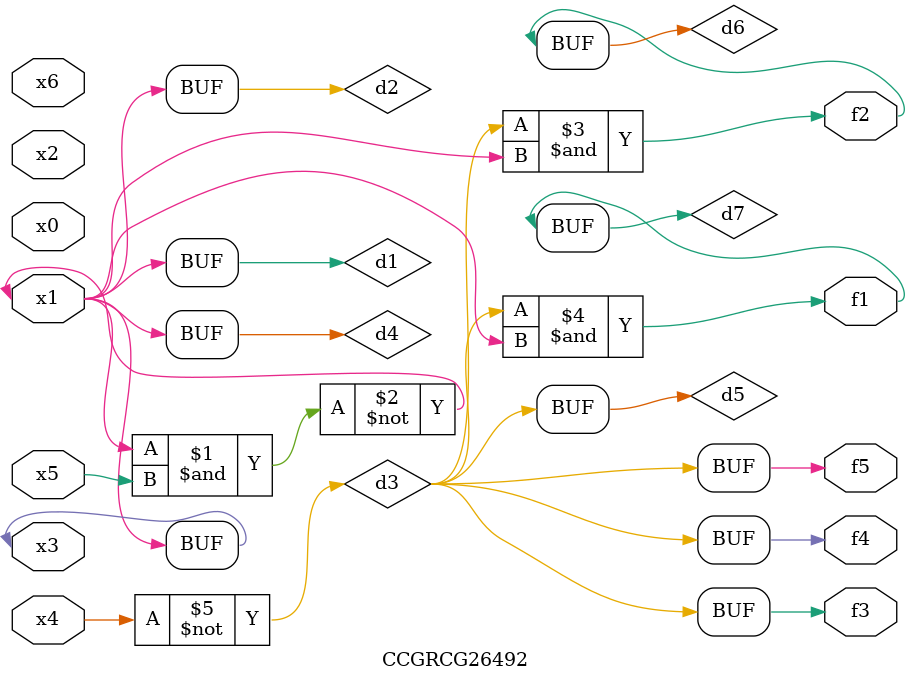
<source format=v>
module CCGRCG26492(
	input x0, x1, x2, x3, x4, x5, x6,
	output f1, f2, f3, f4, f5
);

	wire d1, d2, d3, d4, d5, d6, d7;

	buf (d1, x1, x3);
	nand (d2, x1, x5);
	not (d3, x4);
	buf (d4, d1, d2);
	buf (d5, d3);
	and (d6, d3, d4);
	and (d7, d3, d4);
	assign f1 = d7;
	assign f2 = d6;
	assign f3 = d5;
	assign f4 = d5;
	assign f5 = d5;
endmodule

</source>
